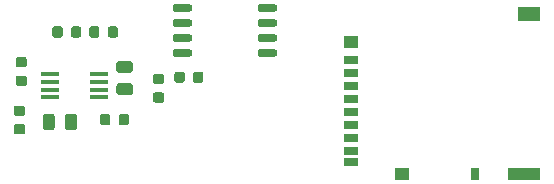
<source format=gbr>
G04 #@! TF.GenerationSoftware,KiCad,Pcbnew,(5.1.5)-3*
G04 #@! TF.CreationDate,2020-05-22T13:07:01-04:00*
G04 #@! TF.ProjectId,uBit_carrier,75426974-5f63-4617-9272-6965722e6b69,rev?*
G04 #@! TF.SameCoordinates,Original*
G04 #@! TF.FileFunction,Paste,Top*
G04 #@! TF.FilePolarity,Positive*
%FSLAX46Y46*%
G04 Gerber Fmt 4.6, Leading zero omitted, Abs format (unit mm)*
G04 Created by KiCad (PCBNEW (5.1.5)-3) date 2020-05-22 13:07:01*
%MOMM*%
%LPD*%
G04 APERTURE LIST*
%ADD10C,0.100000*%
%ADD11R,1.524000X0.457200*%
%ADD12R,1.900000X1.300000*%
%ADD13R,2.800000X1.000000*%
%ADD14R,0.800000X1.000000*%
%ADD15R,1.200000X1.000000*%
%ADD16R,1.200000X0.700000*%
G04 APERTURE END LIST*
D10*
G36*
X159434442Y-106933674D02*
G01*
X159458103Y-106937184D01*
X159481307Y-106942996D01*
X159503829Y-106951054D01*
X159525453Y-106961282D01*
X159545970Y-106973579D01*
X159565183Y-106987829D01*
X159582907Y-107003893D01*
X159598971Y-107021617D01*
X159613221Y-107040830D01*
X159625518Y-107061347D01*
X159635746Y-107082971D01*
X159643804Y-107105493D01*
X159649616Y-107128697D01*
X159653126Y-107152358D01*
X159654300Y-107176250D01*
X159654300Y-108088750D01*
X159653126Y-108112642D01*
X159649616Y-108136303D01*
X159643804Y-108159507D01*
X159635746Y-108182029D01*
X159625518Y-108203653D01*
X159613221Y-108224170D01*
X159598971Y-108243383D01*
X159582907Y-108261107D01*
X159565183Y-108277171D01*
X159545970Y-108291421D01*
X159525453Y-108303718D01*
X159503829Y-108313946D01*
X159481307Y-108322004D01*
X159458103Y-108327816D01*
X159434442Y-108331326D01*
X159410550Y-108332500D01*
X158923050Y-108332500D01*
X158899158Y-108331326D01*
X158875497Y-108327816D01*
X158852293Y-108322004D01*
X158829771Y-108313946D01*
X158808147Y-108303718D01*
X158787630Y-108291421D01*
X158768417Y-108277171D01*
X158750693Y-108261107D01*
X158734629Y-108243383D01*
X158720379Y-108224170D01*
X158708082Y-108203653D01*
X158697854Y-108182029D01*
X158689796Y-108159507D01*
X158683984Y-108136303D01*
X158680474Y-108112642D01*
X158679300Y-108088750D01*
X158679300Y-107176250D01*
X158680474Y-107152358D01*
X158683984Y-107128697D01*
X158689796Y-107105493D01*
X158697854Y-107082971D01*
X158708082Y-107061347D01*
X158720379Y-107040830D01*
X158734629Y-107021617D01*
X158750693Y-107003893D01*
X158768417Y-106987829D01*
X158787630Y-106973579D01*
X158808147Y-106961282D01*
X158829771Y-106951054D01*
X158852293Y-106942996D01*
X158875497Y-106937184D01*
X158899158Y-106933674D01*
X158923050Y-106932500D01*
X159410550Y-106932500D01*
X159434442Y-106933674D01*
G37*
G36*
X157559442Y-106933674D02*
G01*
X157583103Y-106937184D01*
X157606307Y-106942996D01*
X157628829Y-106951054D01*
X157650453Y-106961282D01*
X157670970Y-106973579D01*
X157690183Y-106987829D01*
X157707907Y-107003893D01*
X157723971Y-107021617D01*
X157738221Y-107040830D01*
X157750518Y-107061347D01*
X157760746Y-107082971D01*
X157768804Y-107105493D01*
X157774616Y-107128697D01*
X157778126Y-107152358D01*
X157779300Y-107176250D01*
X157779300Y-108088750D01*
X157778126Y-108112642D01*
X157774616Y-108136303D01*
X157768804Y-108159507D01*
X157760746Y-108182029D01*
X157750518Y-108203653D01*
X157738221Y-108224170D01*
X157723971Y-108243383D01*
X157707907Y-108261107D01*
X157690183Y-108277171D01*
X157670970Y-108291421D01*
X157650453Y-108303718D01*
X157628829Y-108313946D01*
X157606307Y-108322004D01*
X157583103Y-108327816D01*
X157559442Y-108331326D01*
X157535550Y-108332500D01*
X157048050Y-108332500D01*
X157024158Y-108331326D01*
X157000497Y-108327816D01*
X156977293Y-108322004D01*
X156954771Y-108313946D01*
X156933147Y-108303718D01*
X156912630Y-108291421D01*
X156893417Y-108277171D01*
X156875693Y-108261107D01*
X156859629Y-108243383D01*
X156845379Y-108224170D01*
X156833082Y-108203653D01*
X156822854Y-108182029D01*
X156814796Y-108159507D01*
X156808984Y-108136303D01*
X156805474Y-108112642D01*
X156804300Y-108088750D01*
X156804300Y-107176250D01*
X156805474Y-107152358D01*
X156808984Y-107128697D01*
X156814796Y-107105493D01*
X156822854Y-107082971D01*
X156833082Y-107061347D01*
X156845379Y-107040830D01*
X156859629Y-107021617D01*
X156875693Y-107003893D01*
X156893417Y-106987829D01*
X156912630Y-106973579D01*
X156933147Y-106961282D01*
X156954771Y-106951054D01*
X156977293Y-106942996D01*
X157000497Y-106937184D01*
X157024158Y-106933674D01*
X157048050Y-106932500D01*
X157535550Y-106932500D01*
X157559442Y-106933674D01*
G37*
G36*
X155230391Y-103716353D02*
G01*
X155251626Y-103719503D01*
X155272450Y-103724719D01*
X155292662Y-103731951D01*
X155312068Y-103741130D01*
X155330481Y-103752166D01*
X155347724Y-103764954D01*
X155363630Y-103779370D01*
X155378046Y-103795276D01*
X155390834Y-103812519D01*
X155401870Y-103830932D01*
X155411049Y-103850338D01*
X155418281Y-103870550D01*
X155423497Y-103891374D01*
X155426647Y-103912609D01*
X155427700Y-103934050D01*
X155427700Y-104371550D01*
X155426647Y-104392991D01*
X155423497Y-104414226D01*
X155418281Y-104435050D01*
X155411049Y-104455262D01*
X155401870Y-104474668D01*
X155390834Y-104493081D01*
X155378046Y-104510324D01*
X155363630Y-104526230D01*
X155347724Y-104540646D01*
X155330481Y-104553434D01*
X155312068Y-104564470D01*
X155292662Y-104573649D01*
X155272450Y-104580881D01*
X155251626Y-104586097D01*
X155230391Y-104589247D01*
X155208950Y-104590300D01*
X154696450Y-104590300D01*
X154675009Y-104589247D01*
X154653774Y-104586097D01*
X154632950Y-104580881D01*
X154612738Y-104573649D01*
X154593332Y-104564470D01*
X154574919Y-104553434D01*
X154557676Y-104540646D01*
X154541770Y-104526230D01*
X154527354Y-104510324D01*
X154514566Y-104493081D01*
X154503530Y-104474668D01*
X154494351Y-104455262D01*
X154487119Y-104435050D01*
X154481903Y-104414226D01*
X154478753Y-104392991D01*
X154477700Y-104371550D01*
X154477700Y-103934050D01*
X154478753Y-103912609D01*
X154481903Y-103891374D01*
X154487119Y-103870550D01*
X154494351Y-103850338D01*
X154503530Y-103830932D01*
X154514566Y-103812519D01*
X154527354Y-103795276D01*
X154541770Y-103779370D01*
X154557676Y-103764954D01*
X154574919Y-103752166D01*
X154593332Y-103741130D01*
X154612738Y-103731951D01*
X154632950Y-103724719D01*
X154653774Y-103719503D01*
X154675009Y-103716353D01*
X154696450Y-103715300D01*
X155208950Y-103715300D01*
X155230391Y-103716353D01*
G37*
G36*
X155230391Y-102141353D02*
G01*
X155251626Y-102144503D01*
X155272450Y-102149719D01*
X155292662Y-102156951D01*
X155312068Y-102166130D01*
X155330481Y-102177166D01*
X155347724Y-102189954D01*
X155363630Y-102204370D01*
X155378046Y-102220276D01*
X155390834Y-102237519D01*
X155401870Y-102255932D01*
X155411049Y-102275338D01*
X155418281Y-102295550D01*
X155423497Y-102316374D01*
X155426647Y-102337609D01*
X155427700Y-102359050D01*
X155427700Y-102796550D01*
X155426647Y-102817991D01*
X155423497Y-102839226D01*
X155418281Y-102860050D01*
X155411049Y-102880262D01*
X155401870Y-102899668D01*
X155390834Y-102918081D01*
X155378046Y-102935324D01*
X155363630Y-102951230D01*
X155347724Y-102965646D01*
X155330481Y-102978434D01*
X155312068Y-102989470D01*
X155292662Y-102998649D01*
X155272450Y-103005881D01*
X155251626Y-103011097D01*
X155230391Y-103014247D01*
X155208950Y-103015300D01*
X154696450Y-103015300D01*
X154675009Y-103014247D01*
X154653774Y-103011097D01*
X154632950Y-103005881D01*
X154612738Y-102998649D01*
X154593332Y-102989470D01*
X154574919Y-102978434D01*
X154557676Y-102965646D01*
X154541770Y-102951230D01*
X154527354Y-102935324D01*
X154514566Y-102918081D01*
X154503530Y-102899668D01*
X154494351Y-102880262D01*
X154487119Y-102860050D01*
X154481903Y-102839226D01*
X154478753Y-102817991D01*
X154477700Y-102796550D01*
X154477700Y-102359050D01*
X154478753Y-102337609D01*
X154481903Y-102316374D01*
X154487119Y-102295550D01*
X154494351Y-102275338D01*
X154503530Y-102255932D01*
X154514566Y-102237519D01*
X154527354Y-102220276D01*
X154541770Y-102204370D01*
X154557676Y-102189954D01*
X154574919Y-102177166D01*
X154593332Y-102166130D01*
X154612738Y-102156951D01*
X154632950Y-102149719D01*
X154653774Y-102144503D01*
X154675009Y-102141353D01*
X154696450Y-102140300D01*
X155208950Y-102140300D01*
X155230391Y-102141353D01*
G37*
G36*
X164195842Y-104375274D02*
G01*
X164219503Y-104378784D01*
X164242707Y-104384596D01*
X164265229Y-104392654D01*
X164286853Y-104402882D01*
X164307370Y-104415179D01*
X164326583Y-104429429D01*
X164344307Y-104445493D01*
X164360371Y-104463217D01*
X164374621Y-104482430D01*
X164386918Y-104502947D01*
X164397146Y-104524571D01*
X164405204Y-104547093D01*
X164411016Y-104570297D01*
X164414526Y-104593958D01*
X164415700Y-104617850D01*
X164415700Y-105105350D01*
X164414526Y-105129242D01*
X164411016Y-105152903D01*
X164405204Y-105176107D01*
X164397146Y-105198629D01*
X164386918Y-105220253D01*
X164374621Y-105240770D01*
X164360371Y-105259983D01*
X164344307Y-105277707D01*
X164326583Y-105293771D01*
X164307370Y-105308021D01*
X164286853Y-105320318D01*
X164265229Y-105330546D01*
X164242707Y-105338604D01*
X164219503Y-105344416D01*
X164195842Y-105347926D01*
X164171950Y-105349100D01*
X163259450Y-105349100D01*
X163235558Y-105347926D01*
X163211897Y-105344416D01*
X163188693Y-105338604D01*
X163166171Y-105330546D01*
X163144547Y-105320318D01*
X163124030Y-105308021D01*
X163104817Y-105293771D01*
X163087093Y-105277707D01*
X163071029Y-105259983D01*
X163056779Y-105240770D01*
X163044482Y-105220253D01*
X163034254Y-105198629D01*
X163026196Y-105176107D01*
X163020384Y-105152903D01*
X163016874Y-105129242D01*
X163015700Y-105105350D01*
X163015700Y-104617850D01*
X163016874Y-104593958D01*
X163020384Y-104570297D01*
X163026196Y-104547093D01*
X163034254Y-104524571D01*
X163044482Y-104502947D01*
X163056779Y-104482430D01*
X163071029Y-104463217D01*
X163087093Y-104445493D01*
X163104817Y-104429429D01*
X163124030Y-104415179D01*
X163144547Y-104402882D01*
X163166171Y-104392654D01*
X163188693Y-104384596D01*
X163211897Y-104378784D01*
X163235558Y-104375274D01*
X163259450Y-104374100D01*
X164171950Y-104374100D01*
X164195842Y-104375274D01*
G37*
G36*
X164195842Y-102500274D02*
G01*
X164219503Y-102503784D01*
X164242707Y-102509596D01*
X164265229Y-102517654D01*
X164286853Y-102527882D01*
X164307370Y-102540179D01*
X164326583Y-102554429D01*
X164344307Y-102570493D01*
X164360371Y-102588217D01*
X164374621Y-102607430D01*
X164386918Y-102627947D01*
X164397146Y-102649571D01*
X164405204Y-102672093D01*
X164411016Y-102695297D01*
X164414526Y-102718958D01*
X164415700Y-102742850D01*
X164415700Y-103230350D01*
X164414526Y-103254242D01*
X164411016Y-103277903D01*
X164405204Y-103301107D01*
X164397146Y-103323629D01*
X164386918Y-103345253D01*
X164374621Y-103365770D01*
X164360371Y-103384983D01*
X164344307Y-103402707D01*
X164326583Y-103418771D01*
X164307370Y-103433021D01*
X164286853Y-103445318D01*
X164265229Y-103455546D01*
X164242707Y-103463604D01*
X164219503Y-103469416D01*
X164195842Y-103472926D01*
X164171950Y-103474100D01*
X163259450Y-103474100D01*
X163235558Y-103472926D01*
X163211897Y-103469416D01*
X163188693Y-103463604D01*
X163166171Y-103455546D01*
X163144547Y-103445318D01*
X163124030Y-103433021D01*
X163104817Y-103418771D01*
X163087093Y-103402707D01*
X163071029Y-103384983D01*
X163056779Y-103365770D01*
X163044482Y-103345253D01*
X163034254Y-103323629D01*
X163026196Y-103301107D01*
X163020384Y-103277903D01*
X163016874Y-103254242D01*
X163015700Y-103230350D01*
X163015700Y-102742850D01*
X163016874Y-102718958D01*
X163020384Y-102695297D01*
X163026196Y-102672093D01*
X163034254Y-102649571D01*
X163044482Y-102627947D01*
X163056779Y-102607430D01*
X163071029Y-102588217D01*
X163087093Y-102570493D01*
X163104817Y-102554429D01*
X163124030Y-102540179D01*
X163144547Y-102527882D01*
X163166171Y-102517654D01*
X163188693Y-102509596D01*
X163211897Y-102503784D01*
X163235558Y-102500274D01*
X163259450Y-102499100D01*
X164171950Y-102499100D01*
X164195842Y-102500274D01*
G37*
G36*
X155077991Y-107831153D02*
G01*
X155099226Y-107834303D01*
X155120050Y-107839519D01*
X155140262Y-107846751D01*
X155159668Y-107855930D01*
X155178081Y-107866966D01*
X155195324Y-107879754D01*
X155211230Y-107894170D01*
X155225646Y-107910076D01*
X155238434Y-107927319D01*
X155249470Y-107945732D01*
X155258649Y-107965138D01*
X155265881Y-107985350D01*
X155271097Y-108006174D01*
X155274247Y-108027409D01*
X155275300Y-108048850D01*
X155275300Y-108486350D01*
X155274247Y-108507791D01*
X155271097Y-108529026D01*
X155265881Y-108549850D01*
X155258649Y-108570062D01*
X155249470Y-108589468D01*
X155238434Y-108607881D01*
X155225646Y-108625124D01*
X155211230Y-108641030D01*
X155195324Y-108655446D01*
X155178081Y-108668234D01*
X155159668Y-108679270D01*
X155140262Y-108688449D01*
X155120050Y-108695681D01*
X155099226Y-108700897D01*
X155077991Y-108704047D01*
X155056550Y-108705100D01*
X154544050Y-108705100D01*
X154522609Y-108704047D01*
X154501374Y-108700897D01*
X154480550Y-108695681D01*
X154460338Y-108688449D01*
X154440932Y-108679270D01*
X154422519Y-108668234D01*
X154405276Y-108655446D01*
X154389370Y-108641030D01*
X154374954Y-108625124D01*
X154362166Y-108607881D01*
X154351130Y-108589468D01*
X154341951Y-108570062D01*
X154334719Y-108549850D01*
X154329503Y-108529026D01*
X154326353Y-108507791D01*
X154325300Y-108486350D01*
X154325300Y-108048850D01*
X154326353Y-108027409D01*
X154329503Y-108006174D01*
X154334719Y-107985350D01*
X154341951Y-107965138D01*
X154351130Y-107945732D01*
X154362166Y-107927319D01*
X154374954Y-107910076D01*
X154389370Y-107894170D01*
X154405276Y-107879754D01*
X154422519Y-107866966D01*
X154440932Y-107855930D01*
X154460338Y-107846751D01*
X154480550Y-107839519D01*
X154501374Y-107834303D01*
X154522609Y-107831153D01*
X154544050Y-107830100D01*
X155056550Y-107830100D01*
X155077991Y-107831153D01*
G37*
G36*
X155077991Y-106256153D02*
G01*
X155099226Y-106259303D01*
X155120050Y-106264519D01*
X155140262Y-106271751D01*
X155159668Y-106280930D01*
X155178081Y-106291966D01*
X155195324Y-106304754D01*
X155211230Y-106319170D01*
X155225646Y-106335076D01*
X155238434Y-106352319D01*
X155249470Y-106370732D01*
X155258649Y-106390138D01*
X155265881Y-106410350D01*
X155271097Y-106431174D01*
X155274247Y-106452409D01*
X155275300Y-106473850D01*
X155275300Y-106911350D01*
X155274247Y-106932791D01*
X155271097Y-106954026D01*
X155265881Y-106974850D01*
X155258649Y-106995062D01*
X155249470Y-107014468D01*
X155238434Y-107032881D01*
X155225646Y-107050124D01*
X155211230Y-107066030D01*
X155195324Y-107080446D01*
X155178081Y-107093234D01*
X155159668Y-107104270D01*
X155140262Y-107113449D01*
X155120050Y-107120681D01*
X155099226Y-107125897D01*
X155077991Y-107129047D01*
X155056550Y-107130100D01*
X154544050Y-107130100D01*
X154522609Y-107129047D01*
X154501374Y-107125897D01*
X154480550Y-107120681D01*
X154460338Y-107113449D01*
X154440932Y-107104270D01*
X154422519Y-107093234D01*
X154405276Y-107080446D01*
X154389370Y-107066030D01*
X154374954Y-107050124D01*
X154362166Y-107032881D01*
X154351130Y-107014468D01*
X154341951Y-106995062D01*
X154334719Y-106974850D01*
X154329503Y-106954026D01*
X154326353Y-106932791D01*
X154325300Y-106911350D01*
X154325300Y-106473850D01*
X154326353Y-106452409D01*
X154329503Y-106431174D01*
X154334719Y-106410350D01*
X154341951Y-106390138D01*
X154351130Y-106370732D01*
X154362166Y-106352319D01*
X154374954Y-106335076D01*
X154389370Y-106319170D01*
X154405276Y-106304754D01*
X154422519Y-106291966D01*
X154440932Y-106280930D01*
X154460338Y-106271751D01*
X154480550Y-106264519D01*
X154501374Y-106259303D01*
X154522609Y-106256153D01*
X154544050Y-106255100D01*
X155056550Y-106255100D01*
X155077991Y-106256153D01*
G37*
G36*
X166863591Y-103563753D02*
G01*
X166884826Y-103566903D01*
X166905650Y-103572119D01*
X166925862Y-103579351D01*
X166945268Y-103588530D01*
X166963681Y-103599566D01*
X166980924Y-103612354D01*
X166996830Y-103626770D01*
X167011246Y-103642676D01*
X167024034Y-103659919D01*
X167035070Y-103678332D01*
X167044249Y-103697738D01*
X167051481Y-103717950D01*
X167056697Y-103738774D01*
X167059847Y-103760009D01*
X167060900Y-103781450D01*
X167060900Y-104218950D01*
X167059847Y-104240391D01*
X167056697Y-104261626D01*
X167051481Y-104282450D01*
X167044249Y-104302662D01*
X167035070Y-104322068D01*
X167024034Y-104340481D01*
X167011246Y-104357724D01*
X166996830Y-104373630D01*
X166980924Y-104388046D01*
X166963681Y-104400834D01*
X166945268Y-104411870D01*
X166925862Y-104421049D01*
X166905650Y-104428281D01*
X166884826Y-104433497D01*
X166863591Y-104436647D01*
X166842150Y-104437700D01*
X166329650Y-104437700D01*
X166308209Y-104436647D01*
X166286974Y-104433497D01*
X166266150Y-104428281D01*
X166245938Y-104421049D01*
X166226532Y-104411870D01*
X166208119Y-104400834D01*
X166190876Y-104388046D01*
X166174970Y-104373630D01*
X166160554Y-104357724D01*
X166147766Y-104340481D01*
X166136730Y-104322068D01*
X166127551Y-104302662D01*
X166120319Y-104282450D01*
X166115103Y-104261626D01*
X166111953Y-104240391D01*
X166110900Y-104218950D01*
X166110900Y-103781450D01*
X166111953Y-103760009D01*
X166115103Y-103738774D01*
X166120319Y-103717950D01*
X166127551Y-103697738D01*
X166136730Y-103678332D01*
X166147766Y-103659919D01*
X166160554Y-103642676D01*
X166174970Y-103626770D01*
X166190876Y-103612354D01*
X166208119Y-103599566D01*
X166226532Y-103588530D01*
X166245938Y-103579351D01*
X166266150Y-103572119D01*
X166286974Y-103566903D01*
X166308209Y-103563753D01*
X166329650Y-103562700D01*
X166842150Y-103562700D01*
X166863591Y-103563753D01*
G37*
G36*
X166863591Y-105138753D02*
G01*
X166884826Y-105141903D01*
X166905650Y-105147119D01*
X166925862Y-105154351D01*
X166945268Y-105163530D01*
X166963681Y-105174566D01*
X166980924Y-105187354D01*
X166996830Y-105201770D01*
X167011246Y-105217676D01*
X167024034Y-105234919D01*
X167035070Y-105253332D01*
X167044249Y-105272738D01*
X167051481Y-105292950D01*
X167056697Y-105313774D01*
X167059847Y-105335009D01*
X167060900Y-105356450D01*
X167060900Y-105793950D01*
X167059847Y-105815391D01*
X167056697Y-105836626D01*
X167051481Y-105857450D01*
X167044249Y-105877662D01*
X167035070Y-105897068D01*
X167024034Y-105915481D01*
X167011246Y-105932724D01*
X166996830Y-105948630D01*
X166980924Y-105963046D01*
X166963681Y-105975834D01*
X166945268Y-105986870D01*
X166925862Y-105996049D01*
X166905650Y-106003281D01*
X166884826Y-106008497D01*
X166863591Y-106011647D01*
X166842150Y-106012700D01*
X166329650Y-106012700D01*
X166308209Y-106011647D01*
X166286974Y-106008497D01*
X166266150Y-106003281D01*
X166245938Y-105996049D01*
X166226532Y-105986870D01*
X166208119Y-105975834D01*
X166190876Y-105963046D01*
X166174970Y-105948630D01*
X166160554Y-105932724D01*
X166147766Y-105915481D01*
X166136730Y-105897068D01*
X166127551Y-105877662D01*
X166120319Y-105857450D01*
X166115103Y-105836626D01*
X166111953Y-105815391D01*
X166110900Y-105793950D01*
X166110900Y-105356450D01*
X166111953Y-105335009D01*
X166115103Y-105313774D01*
X166120319Y-105292950D01*
X166127551Y-105272738D01*
X166136730Y-105253332D01*
X166147766Y-105234919D01*
X166160554Y-105217676D01*
X166174970Y-105201770D01*
X166190876Y-105187354D01*
X166208119Y-105174566D01*
X166226532Y-105163530D01*
X166245938Y-105154351D01*
X166266150Y-105147119D01*
X166286974Y-105141903D01*
X166308209Y-105138753D01*
X166329650Y-105137700D01*
X166842150Y-105137700D01*
X166863591Y-105138753D01*
G37*
G36*
X168602691Y-103376053D02*
G01*
X168623926Y-103379203D01*
X168644750Y-103384419D01*
X168664962Y-103391651D01*
X168684368Y-103400830D01*
X168702781Y-103411866D01*
X168720024Y-103424654D01*
X168735930Y-103439070D01*
X168750346Y-103454976D01*
X168763134Y-103472219D01*
X168774170Y-103490632D01*
X168783349Y-103510038D01*
X168790581Y-103530250D01*
X168795797Y-103551074D01*
X168798947Y-103572309D01*
X168800000Y-103593750D01*
X168800000Y-104106250D01*
X168798947Y-104127691D01*
X168795797Y-104148926D01*
X168790581Y-104169750D01*
X168783349Y-104189962D01*
X168774170Y-104209368D01*
X168763134Y-104227781D01*
X168750346Y-104245024D01*
X168735930Y-104260930D01*
X168720024Y-104275346D01*
X168702781Y-104288134D01*
X168684368Y-104299170D01*
X168664962Y-104308349D01*
X168644750Y-104315581D01*
X168623926Y-104320797D01*
X168602691Y-104323947D01*
X168581250Y-104325000D01*
X168143750Y-104325000D01*
X168122309Y-104323947D01*
X168101074Y-104320797D01*
X168080250Y-104315581D01*
X168060038Y-104308349D01*
X168040632Y-104299170D01*
X168022219Y-104288134D01*
X168004976Y-104275346D01*
X167989070Y-104260930D01*
X167974654Y-104245024D01*
X167961866Y-104227781D01*
X167950830Y-104209368D01*
X167941651Y-104189962D01*
X167934419Y-104169750D01*
X167929203Y-104148926D01*
X167926053Y-104127691D01*
X167925000Y-104106250D01*
X167925000Y-103593750D01*
X167926053Y-103572309D01*
X167929203Y-103551074D01*
X167934419Y-103530250D01*
X167941651Y-103510038D01*
X167950830Y-103490632D01*
X167961866Y-103472219D01*
X167974654Y-103454976D01*
X167989070Y-103439070D01*
X168004976Y-103424654D01*
X168022219Y-103411866D01*
X168040632Y-103400830D01*
X168060038Y-103391651D01*
X168080250Y-103384419D01*
X168101074Y-103379203D01*
X168122309Y-103376053D01*
X168143750Y-103375000D01*
X168581250Y-103375000D01*
X168602691Y-103376053D01*
G37*
G36*
X170177691Y-103376053D02*
G01*
X170198926Y-103379203D01*
X170219750Y-103384419D01*
X170239962Y-103391651D01*
X170259368Y-103400830D01*
X170277781Y-103411866D01*
X170295024Y-103424654D01*
X170310930Y-103439070D01*
X170325346Y-103454976D01*
X170338134Y-103472219D01*
X170349170Y-103490632D01*
X170358349Y-103510038D01*
X170365581Y-103530250D01*
X170370797Y-103551074D01*
X170373947Y-103572309D01*
X170375000Y-103593750D01*
X170375000Y-104106250D01*
X170373947Y-104127691D01*
X170370797Y-104148926D01*
X170365581Y-104169750D01*
X170358349Y-104189962D01*
X170349170Y-104209368D01*
X170338134Y-104227781D01*
X170325346Y-104245024D01*
X170310930Y-104260930D01*
X170295024Y-104275346D01*
X170277781Y-104288134D01*
X170259368Y-104299170D01*
X170239962Y-104308349D01*
X170219750Y-104315581D01*
X170198926Y-104320797D01*
X170177691Y-104323947D01*
X170156250Y-104325000D01*
X169718750Y-104325000D01*
X169697309Y-104323947D01*
X169676074Y-104320797D01*
X169655250Y-104315581D01*
X169635038Y-104308349D01*
X169615632Y-104299170D01*
X169597219Y-104288134D01*
X169579976Y-104275346D01*
X169564070Y-104260930D01*
X169549654Y-104245024D01*
X169536866Y-104227781D01*
X169525830Y-104209368D01*
X169516651Y-104189962D01*
X169509419Y-104169750D01*
X169504203Y-104148926D01*
X169501053Y-104127691D01*
X169500000Y-104106250D01*
X169500000Y-103593750D01*
X169501053Y-103572309D01*
X169504203Y-103551074D01*
X169509419Y-103530250D01*
X169516651Y-103510038D01*
X169525830Y-103490632D01*
X169536866Y-103472219D01*
X169549654Y-103454976D01*
X169564070Y-103439070D01*
X169579976Y-103424654D01*
X169597219Y-103411866D01*
X169615632Y-103400830D01*
X169635038Y-103391651D01*
X169655250Y-103384419D01*
X169676074Y-103379203D01*
X169697309Y-103376053D01*
X169718750Y-103375000D01*
X170156250Y-103375000D01*
X170177691Y-103376053D01*
G37*
D11*
X157416500Y-105546799D03*
X157416500Y-104896801D03*
X157416500Y-104246799D03*
X157416500Y-103596801D03*
X161505900Y-103596801D03*
X161505900Y-104246799D03*
X161505900Y-104896801D03*
X161505900Y-105546799D03*
D10*
G36*
X163879791Y-106980753D02*
G01*
X163901026Y-106983903D01*
X163921850Y-106989119D01*
X163942062Y-106996351D01*
X163961468Y-107005530D01*
X163979881Y-107016566D01*
X163997124Y-107029354D01*
X164013030Y-107043770D01*
X164027446Y-107059676D01*
X164040234Y-107076919D01*
X164051270Y-107095332D01*
X164060449Y-107114738D01*
X164067681Y-107134950D01*
X164072897Y-107155774D01*
X164076047Y-107177009D01*
X164077100Y-107198450D01*
X164077100Y-107710950D01*
X164076047Y-107732391D01*
X164072897Y-107753626D01*
X164067681Y-107774450D01*
X164060449Y-107794662D01*
X164051270Y-107814068D01*
X164040234Y-107832481D01*
X164027446Y-107849724D01*
X164013030Y-107865630D01*
X163997124Y-107880046D01*
X163979881Y-107892834D01*
X163961468Y-107903870D01*
X163942062Y-107913049D01*
X163921850Y-107920281D01*
X163901026Y-107925497D01*
X163879791Y-107928647D01*
X163858350Y-107929700D01*
X163420850Y-107929700D01*
X163399409Y-107928647D01*
X163378174Y-107925497D01*
X163357350Y-107920281D01*
X163337138Y-107913049D01*
X163317732Y-107903870D01*
X163299319Y-107892834D01*
X163282076Y-107880046D01*
X163266170Y-107865630D01*
X163251754Y-107849724D01*
X163238966Y-107832481D01*
X163227930Y-107814068D01*
X163218751Y-107794662D01*
X163211519Y-107774450D01*
X163206303Y-107753626D01*
X163203153Y-107732391D01*
X163202100Y-107710950D01*
X163202100Y-107198450D01*
X163203153Y-107177009D01*
X163206303Y-107155774D01*
X163211519Y-107134950D01*
X163218751Y-107114738D01*
X163227930Y-107095332D01*
X163238966Y-107076919D01*
X163251754Y-107059676D01*
X163266170Y-107043770D01*
X163282076Y-107029354D01*
X163299319Y-107016566D01*
X163317732Y-107005530D01*
X163337138Y-106996351D01*
X163357350Y-106989119D01*
X163378174Y-106983903D01*
X163399409Y-106980753D01*
X163420850Y-106979700D01*
X163858350Y-106979700D01*
X163879791Y-106980753D01*
G37*
G36*
X162304791Y-106980753D02*
G01*
X162326026Y-106983903D01*
X162346850Y-106989119D01*
X162367062Y-106996351D01*
X162386468Y-107005530D01*
X162404881Y-107016566D01*
X162422124Y-107029354D01*
X162438030Y-107043770D01*
X162452446Y-107059676D01*
X162465234Y-107076919D01*
X162476270Y-107095332D01*
X162485449Y-107114738D01*
X162492681Y-107134950D01*
X162497897Y-107155774D01*
X162501047Y-107177009D01*
X162502100Y-107198450D01*
X162502100Y-107710950D01*
X162501047Y-107732391D01*
X162497897Y-107753626D01*
X162492681Y-107774450D01*
X162485449Y-107794662D01*
X162476270Y-107814068D01*
X162465234Y-107832481D01*
X162452446Y-107849724D01*
X162438030Y-107865630D01*
X162422124Y-107880046D01*
X162404881Y-107892834D01*
X162386468Y-107903870D01*
X162367062Y-107913049D01*
X162346850Y-107920281D01*
X162326026Y-107925497D01*
X162304791Y-107928647D01*
X162283350Y-107929700D01*
X161845850Y-107929700D01*
X161824409Y-107928647D01*
X161803174Y-107925497D01*
X161782350Y-107920281D01*
X161762138Y-107913049D01*
X161742732Y-107903870D01*
X161724319Y-107892834D01*
X161707076Y-107880046D01*
X161691170Y-107865630D01*
X161676754Y-107849724D01*
X161663966Y-107832481D01*
X161652930Y-107814068D01*
X161643751Y-107794662D01*
X161636519Y-107774450D01*
X161631303Y-107753626D01*
X161628153Y-107732391D01*
X161627100Y-107710950D01*
X161627100Y-107198450D01*
X161628153Y-107177009D01*
X161631303Y-107155774D01*
X161636519Y-107134950D01*
X161643751Y-107114738D01*
X161652930Y-107095332D01*
X161663966Y-107076919D01*
X161676754Y-107059676D01*
X161691170Y-107043770D01*
X161707076Y-107029354D01*
X161724319Y-107016566D01*
X161742732Y-107005530D01*
X161762138Y-106996351D01*
X161782350Y-106989119D01*
X161803174Y-106983903D01*
X161824409Y-106980753D01*
X161845850Y-106979700D01*
X162283350Y-106979700D01*
X162304791Y-106980753D01*
G37*
G36*
X158266191Y-99551253D02*
G01*
X158287426Y-99554403D01*
X158308250Y-99559619D01*
X158328462Y-99566851D01*
X158347868Y-99576030D01*
X158366281Y-99587066D01*
X158383524Y-99599854D01*
X158399430Y-99614270D01*
X158413846Y-99630176D01*
X158426634Y-99647419D01*
X158437670Y-99665832D01*
X158446849Y-99685238D01*
X158454081Y-99705450D01*
X158459297Y-99726274D01*
X158462447Y-99747509D01*
X158463500Y-99768950D01*
X158463500Y-100281450D01*
X158462447Y-100302891D01*
X158459297Y-100324126D01*
X158454081Y-100344950D01*
X158446849Y-100365162D01*
X158437670Y-100384568D01*
X158426634Y-100402981D01*
X158413846Y-100420224D01*
X158399430Y-100436130D01*
X158383524Y-100450546D01*
X158366281Y-100463334D01*
X158347868Y-100474370D01*
X158328462Y-100483549D01*
X158308250Y-100490781D01*
X158287426Y-100495997D01*
X158266191Y-100499147D01*
X158244750Y-100500200D01*
X157807250Y-100500200D01*
X157785809Y-100499147D01*
X157764574Y-100495997D01*
X157743750Y-100490781D01*
X157723538Y-100483549D01*
X157704132Y-100474370D01*
X157685719Y-100463334D01*
X157668476Y-100450546D01*
X157652570Y-100436130D01*
X157638154Y-100420224D01*
X157625366Y-100402981D01*
X157614330Y-100384568D01*
X157605151Y-100365162D01*
X157597919Y-100344950D01*
X157592703Y-100324126D01*
X157589553Y-100302891D01*
X157588500Y-100281450D01*
X157588500Y-99768950D01*
X157589553Y-99747509D01*
X157592703Y-99726274D01*
X157597919Y-99705450D01*
X157605151Y-99685238D01*
X157614330Y-99665832D01*
X157625366Y-99647419D01*
X157638154Y-99630176D01*
X157652570Y-99614270D01*
X157668476Y-99599854D01*
X157685719Y-99587066D01*
X157704132Y-99576030D01*
X157723538Y-99566851D01*
X157743750Y-99559619D01*
X157764574Y-99554403D01*
X157785809Y-99551253D01*
X157807250Y-99550200D01*
X158244750Y-99550200D01*
X158266191Y-99551253D01*
G37*
G36*
X159841191Y-99551253D02*
G01*
X159862426Y-99554403D01*
X159883250Y-99559619D01*
X159903462Y-99566851D01*
X159922868Y-99576030D01*
X159941281Y-99587066D01*
X159958524Y-99599854D01*
X159974430Y-99614270D01*
X159988846Y-99630176D01*
X160001634Y-99647419D01*
X160012670Y-99665832D01*
X160021849Y-99685238D01*
X160029081Y-99705450D01*
X160034297Y-99726274D01*
X160037447Y-99747509D01*
X160038500Y-99768950D01*
X160038500Y-100281450D01*
X160037447Y-100302891D01*
X160034297Y-100324126D01*
X160029081Y-100344950D01*
X160021849Y-100365162D01*
X160012670Y-100384568D01*
X160001634Y-100402981D01*
X159988846Y-100420224D01*
X159974430Y-100436130D01*
X159958524Y-100450546D01*
X159941281Y-100463334D01*
X159922868Y-100474370D01*
X159903462Y-100483549D01*
X159883250Y-100490781D01*
X159862426Y-100495997D01*
X159841191Y-100499147D01*
X159819750Y-100500200D01*
X159382250Y-100500200D01*
X159360809Y-100499147D01*
X159339574Y-100495997D01*
X159318750Y-100490781D01*
X159298538Y-100483549D01*
X159279132Y-100474370D01*
X159260719Y-100463334D01*
X159243476Y-100450546D01*
X159227570Y-100436130D01*
X159213154Y-100420224D01*
X159200366Y-100402981D01*
X159189330Y-100384568D01*
X159180151Y-100365162D01*
X159172919Y-100344950D01*
X159167703Y-100324126D01*
X159164553Y-100302891D01*
X159163500Y-100281450D01*
X159163500Y-99768950D01*
X159164553Y-99747509D01*
X159167703Y-99726274D01*
X159172919Y-99705450D01*
X159180151Y-99685238D01*
X159189330Y-99665832D01*
X159200366Y-99647419D01*
X159213154Y-99630176D01*
X159227570Y-99614270D01*
X159243476Y-99599854D01*
X159260719Y-99587066D01*
X159279132Y-99576030D01*
X159298538Y-99566851D01*
X159318750Y-99559619D01*
X159339574Y-99554403D01*
X159360809Y-99551253D01*
X159382250Y-99550200D01*
X159819750Y-99550200D01*
X159841191Y-99551253D01*
G37*
G36*
X162952691Y-99551253D02*
G01*
X162973926Y-99554403D01*
X162994750Y-99559619D01*
X163014962Y-99566851D01*
X163034368Y-99576030D01*
X163052781Y-99587066D01*
X163070024Y-99599854D01*
X163085930Y-99614270D01*
X163100346Y-99630176D01*
X163113134Y-99647419D01*
X163124170Y-99665832D01*
X163133349Y-99685238D01*
X163140581Y-99705450D01*
X163145797Y-99726274D01*
X163148947Y-99747509D01*
X163150000Y-99768950D01*
X163150000Y-100281450D01*
X163148947Y-100302891D01*
X163145797Y-100324126D01*
X163140581Y-100344950D01*
X163133349Y-100365162D01*
X163124170Y-100384568D01*
X163113134Y-100402981D01*
X163100346Y-100420224D01*
X163085930Y-100436130D01*
X163070024Y-100450546D01*
X163052781Y-100463334D01*
X163034368Y-100474370D01*
X163014962Y-100483549D01*
X162994750Y-100490781D01*
X162973926Y-100495997D01*
X162952691Y-100499147D01*
X162931250Y-100500200D01*
X162493750Y-100500200D01*
X162472309Y-100499147D01*
X162451074Y-100495997D01*
X162430250Y-100490781D01*
X162410038Y-100483549D01*
X162390632Y-100474370D01*
X162372219Y-100463334D01*
X162354976Y-100450546D01*
X162339070Y-100436130D01*
X162324654Y-100420224D01*
X162311866Y-100402981D01*
X162300830Y-100384568D01*
X162291651Y-100365162D01*
X162284419Y-100344950D01*
X162279203Y-100324126D01*
X162276053Y-100302891D01*
X162275000Y-100281450D01*
X162275000Y-99768950D01*
X162276053Y-99747509D01*
X162279203Y-99726274D01*
X162284419Y-99705450D01*
X162291651Y-99685238D01*
X162300830Y-99665832D01*
X162311866Y-99647419D01*
X162324654Y-99630176D01*
X162339070Y-99614270D01*
X162354976Y-99599854D01*
X162372219Y-99587066D01*
X162390632Y-99576030D01*
X162410038Y-99566851D01*
X162430250Y-99559619D01*
X162451074Y-99554403D01*
X162472309Y-99551253D01*
X162493750Y-99550200D01*
X162931250Y-99550200D01*
X162952691Y-99551253D01*
G37*
G36*
X161377691Y-99551253D02*
G01*
X161398926Y-99554403D01*
X161419750Y-99559619D01*
X161439962Y-99566851D01*
X161459368Y-99576030D01*
X161477781Y-99587066D01*
X161495024Y-99599854D01*
X161510930Y-99614270D01*
X161525346Y-99630176D01*
X161538134Y-99647419D01*
X161549170Y-99665832D01*
X161558349Y-99685238D01*
X161565581Y-99705450D01*
X161570797Y-99726274D01*
X161573947Y-99747509D01*
X161575000Y-99768950D01*
X161575000Y-100281450D01*
X161573947Y-100302891D01*
X161570797Y-100324126D01*
X161565581Y-100344950D01*
X161558349Y-100365162D01*
X161549170Y-100384568D01*
X161538134Y-100402981D01*
X161525346Y-100420224D01*
X161510930Y-100436130D01*
X161495024Y-100450546D01*
X161477781Y-100463334D01*
X161459368Y-100474370D01*
X161439962Y-100483549D01*
X161419750Y-100490781D01*
X161398926Y-100495997D01*
X161377691Y-100499147D01*
X161356250Y-100500200D01*
X160918750Y-100500200D01*
X160897309Y-100499147D01*
X160876074Y-100495997D01*
X160855250Y-100490781D01*
X160835038Y-100483549D01*
X160815632Y-100474370D01*
X160797219Y-100463334D01*
X160779976Y-100450546D01*
X160764070Y-100436130D01*
X160749654Y-100420224D01*
X160736866Y-100402981D01*
X160725830Y-100384568D01*
X160716651Y-100365162D01*
X160709419Y-100344950D01*
X160704203Y-100324126D01*
X160701053Y-100302891D01*
X160700000Y-100281450D01*
X160700000Y-99768950D01*
X160701053Y-99747509D01*
X160704203Y-99726274D01*
X160709419Y-99705450D01*
X160716651Y-99685238D01*
X160725830Y-99665832D01*
X160736866Y-99647419D01*
X160749654Y-99630176D01*
X160764070Y-99614270D01*
X160779976Y-99599854D01*
X160797219Y-99587066D01*
X160815632Y-99576030D01*
X160835038Y-99566851D01*
X160855250Y-99559619D01*
X160876074Y-99554403D01*
X160897309Y-99551253D01*
X160918750Y-99550200D01*
X161356250Y-99550200D01*
X161377691Y-99551253D01*
G37*
D12*
X197975000Y-98525000D03*
D13*
X197525000Y-112025000D03*
D14*
X193375000Y-112025000D03*
D15*
X187175000Y-112025000D03*
X182875000Y-100875000D03*
D16*
X182875000Y-109025000D03*
X182875000Y-107925000D03*
X182875000Y-106825000D03*
X182875000Y-105725000D03*
X182875000Y-104625000D03*
X182875000Y-103525000D03*
X182875000Y-102425000D03*
X182875000Y-110125000D03*
X182875000Y-111075000D03*
D10*
G36*
X169264703Y-101505722D02*
G01*
X169279264Y-101507882D01*
X169293543Y-101511459D01*
X169307403Y-101516418D01*
X169320710Y-101522712D01*
X169333336Y-101530280D01*
X169345159Y-101539048D01*
X169356066Y-101548934D01*
X169365952Y-101559841D01*
X169374720Y-101571664D01*
X169382288Y-101584290D01*
X169388582Y-101597597D01*
X169393541Y-101611457D01*
X169397118Y-101625736D01*
X169399278Y-101640297D01*
X169400000Y-101655000D01*
X169400000Y-101955000D01*
X169399278Y-101969703D01*
X169397118Y-101984264D01*
X169393541Y-101998543D01*
X169388582Y-102012403D01*
X169382288Y-102025710D01*
X169374720Y-102038336D01*
X169365952Y-102050159D01*
X169356066Y-102061066D01*
X169345159Y-102070952D01*
X169333336Y-102079720D01*
X169320710Y-102087288D01*
X169307403Y-102093582D01*
X169293543Y-102098541D01*
X169279264Y-102102118D01*
X169264703Y-102104278D01*
X169250000Y-102105000D01*
X167950000Y-102105000D01*
X167935297Y-102104278D01*
X167920736Y-102102118D01*
X167906457Y-102098541D01*
X167892597Y-102093582D01*
X167879290Y-102087288D01*
X167866664Y-102079720D01*
X167854841Y-102070952D01*
X167843934Y-102061066D01*
X167834048Y-102050159D01*
X167825280Y-102038336D01*
X167817712Y-102025710D01*
X167811418Y-102012403D01*
X167806459Y-101998543D01*
X167802882Y-101984264D01*
X167800722Y-101969703D01*
X167800000Y-101955000D01*
X167800000Y-101655000D01*
X167800722Y-101640297D01*
X167802882Y-101625736D01*
X167806459Y-101611457D01*
X167811418Y-101597597D01*
X167817712Y-101584290D01*
X167825280Y-101571664D01*
X167834048Y-101559841D01*
X167843934Y-101548934D01*
X167854841Y-101539048D01*
X167866664Y-101530280D01*
X167879290Y-101522712D01*
X167892597Y-101516418D01*
X167906457Y-101511459D01*
X167920736Y-101507882D01*
X167935297Y-101505722D01*
X167950000Y-101505000D01*
X169250000Y-101505000D01*
X169264703Y-101505722D01*
G37*
G36*
X169264703Y-100235722D02*
G01*
X169279264Y-100237882D01*
X169293543Y-100241459D01*
X169307403Y-100246418D01*
X169320710Y-100252712D01*
X169333336Y-100260280D01*
X169345159Y-100269048D01*
X169356066Y-100278934D01*
X169365952Y-100289841D01*
X169374720Y-100301664D01*
X169382288Y-100314290D01*
X169388582Y-100327597D01*
X169393541Y-100341457D01*
X169397118Y-100355736D01*
X169399278Y-100370297D01*
X169400000Y-100385000D01*
X169400000Y-100685000D01*
X169399278Y-100699703D01*
X169397118Y-100714264D01*
X169393541Y-100728543D01*
X169388582Y-100742403D01*
X169382288Y-100755710D01*
X169374720Y-100768336D01*
X169365952Y-100780159D01*
X169356066Y-100791066D01*
X169345159Y-100800952D01*
X169333336Y-100809720D01*
X169320710Y-100817288D01*
X169307403Y-100823582D01*
X169293543Y-100828541D01*
X169279264Y-100832118D01*
X169264703Y-100834278D01*
X169250000Y-100835000D01*
X167950000Y-100835000D01*
X167935297Y-100834278D01*
X167920736Y-100832118D01*
X167906457Y-100828541D01*
X167892597Y-100823582D01*
X167879290Y-100817288D01*
X167866664Y-100809720D01*
X167854841Y-100800952D01*
X167843934Y-100791066D01*
X167834048Y-100780159D01*
X167825280Y-100768336D01*
X167817712Y-100755710D01*
X167811418Y-100742403D01*
X167806459Y-100728543D01*
X167802882Y-100714264D01*
X167800722Y-100699703D01*
X167800000Y-100685000D01*
X167800000Y-100385000D01*
X167800722Y-100370297D01*
X167802882Y-100355736D01*
X167806459Y-100341457D01*
X167811418Y-100327597D01*
X167817712Y-100314290D01*
X167825280Y-100301664D01*
X167834048Y-100289841D01*
X167843934Y-100278934D01*
X167854841Y-100269048D01*
X167866664Y-100260280D01*
X167879290Y-100252712D01*
X167892597Y-100246418D01*
X167906457Y-100241459D01*
X167920736Y-100237882D01*
X167935297Y-100235722D01*
X167950000Y-100235000D01*
X169250000Y-100235000D01*
X169264703Y-100235722D01*
G37*
G36*
X169264703Y-98965722D02*
G01*
X169279264Y-98967882D01*
X169293543Y-98971459D01*
X169307403Y-98976418D01*
X169320710Y-98982712D01*
X169333336Y-98990280D01*
X169345159Y-98999048D01*
X169356066Y-99008934D01*
X169365952Y-99019841D01*
X169374720Y-99031664D01*
X169382288Y-99044290D01*
X169388582Y-99057597D01*
X169393541Y-99071457D01*
X169397118Y-99085736D01*
X169399278Y-99100297D01*
X169400000Y-99115000D01*
X169400000Y-99415000D01*
X169399278Y-99429703D01*
X169397118Y-99444264D01*
X169393541Y-99458543D01*
X169388582Y-99472403D01*
X169382288Y-99485710D01*
X169374720Y-99498336D01*
X169365952Y-99510159D01*
X169356066Y-99521066D01*
X169345159Y-99530952D01*
X169333336Y-99539720D01*
X169320710Y-99547288D01*
X169307403Y-99553582D01*
X169293543Y-99558541D01*
X169279264Y-99562118D01*
X169264703Y-99564278D01*
X169250000Y-99565000D01*
X167950000Y-99565000D01*
X167935297Y-99564278D01*
X167920736Y-99562118D01*
X167906457Y-99558541D01*
X167892597Y-99553582D01*
X167879290Y-99547288D01*
X167866664Y-99539720D01*
X167854841Y-99530952D01*
X167843934Y-99521066D01*
X167834048Y-99510159D01*
X167825280Y-99498336D01*
X167817712Y-99485710D01*
X167811418Y-99472403D01*
X167806459Y-99458543D01*
X167802882Y-99444264D01*
X167800722Y-99429703D01*
X167800000Y-99415000D01*
X167800000Y-99115000D01*
X167800722Y-99100297D01*
X167802882Y-99085736D01*
X167806459Y-99071457D01*
X167811418Y-99057597D01*
X167817712Y-99044290D01*
X167825280Y-99031664D01*
X167834048Y-99019841D01*
X167843934Y-99008934D01*
X167854841Y-98999048D01*
X167866664Y-98990280D01*
X167879290Y-98982712D01*
X167892597Y-98976418D01*
X167906457Y-98971459D01*
X167920736Y-98967882D01*
X167935297Y-98965722D01*
X167950000Y-98965000D01*
X169250000Y-98965000D01*
X169264703Y-98965722D01*
G37*
G36*
X169264703Y-97695722D02*
G01*
X169279264Y-97697882D01*
X169293543Y-97701459D01*
X169307403Y-97706418D01*
X169320710Y-97712712D01*
X169333336Y-97720280D01*
X169345159Y-97729048D01*
X169356066Y-97738934D01*
X169365952Y-97749841D01*
X169374720Y-97761664D01*
X169382288Y-97774290D01*
X169388582Y-97787597D01*
X169393541Y-97801457D01*
X169397118Y-97815736D01*
X169399278Y-97830297D01*
X169400000Y-97845000D01*
X169400000Y-98145000D01*
X169399278Y-98159703D01*
X169397118Y-98174264D01*
X169393541Y-98188543D01*
X169388582Y-98202403D01*
X169382288Y-98215710D01*
X169374720Y-98228336D01*
X169365952Y-98240159D01*
X169356066Y-98251066D01*
X169345159Y-98260952D01*
X169333336Y-98269720D01*
X169320710Y-98277288D01*
X169307403Y-98283582D01*
X169293543Y-98288541D01*
X169279264Y-98292118D01*
X169264703Y-98294278D01*
X169250000Y-98295000D01*
X167950000Y-98295000D01*
X167935297Y-98294278D01*
X167920736Y-98292118D01*
X167906457Y-98288541D01*
X167892597Y-98283582D01*
X167879290Y-98277288D01*
X167866664Y-98269720D01*
X167854841Y-98260952D01*
X167843934Y-98251066D01*
X167834048Y-98240159D01*
X167825280Y-98228336D01*
X167817712Y-98215710D01*
X167811418Y-98202403D01*
X167806459Y-98188543D01*
X167802882Y-98174264D01*
X167800722Y-98159703D01*
X167800000Y-98145000D01*
X167800000Y-97845000D01*
X167800722Y-97830297D01*
X167802882Y-97815736D01*
X167806459Y-97801457D01*
X167811418Y-97787597D01*
X167817712Y-97774290D01*
X167825280Y-97761664D01*
X167834048Y-97749841D01*
X167843934Y-97738934D01*
X167854841Y-97729048D01*
X167866664Y-97720280D01*
X167879290Y-97712712D01*
X167892597Y-97706418D01*
X167906457Y-97701459D01*
X167920736Y-97697882D01*
X167935297Y-97695722D01*
X167950000Y-97695000D01*
X169250000Y-97695000D01*
X169264703Y-97695722D01*
G37*
G36*
X176464703Y-97695722D02*
G01*
X176479264Y-97697882D01*
X176493543Y-97701459D01*
X176507403Y-97706418D01*
X176520710Y-97712712D01*
X176533336Y-97720280D01*
X176545159Y-97729048D01*
X176556066Y-97738934D01*
X176565952Y-97749841D01*
X176574720Y-97761664D01*
X176582288Y-97774290D01*
X176588582Y-97787597D01*
X176593541Y-97801457D01*
X176597118Y-97815736D01*
X176599278Y-97830297D01*
X176600000Y-97845000D01*
X176600000Y-98145000D01*
X176599278Y-98159703D01*
X176597118Y-98174264D01*
X176593541Y-98188543D01*
X176588582Y-98202403D01*
X176582288Y-98215710D01*
X176574720Y-98228336D01*
X176565952Y-98240159D01*
X176556066Y-98251066D01*
X176545159Y-98260952D01*
X176533336Y-98269720D01*
X176520710Y-98277288D01*
X176507403Y-98283582D01*
X176493543Y-98288541D01*
X176479264Y-98292118D01*
X176464703Y-98294278D01*
X176450000Y-98295000D01*
X175150000Y-98295000D01*
X175135297Y-98294278D01*
X175120736Y-98292118D01*
X175106457Y-98288541D01*
X175092597Y-98283582D01*
X175079290Y-98277288D01*
X175066664Y-98269720D01*
X175054841Y-98260952D01*
X175043934Y-98251066D01*
X175034048Y-98240159D01*
X175025280Y-98228336D01*
X175017712Y-98215710D01*
X175011418Y-98202403D01*
X175006459Y-98188543D01*
X175002882Y-98174264D01*
X175000722Y-98159703D01*
X175000000Y-98145000D01*
X175000000Y-97845000D01*
X175000722Y-97830297D01*
X175002882Y-97815736D01*
X175006459Y-97801457D01*
X175011418Y-97787597D01*
X175017712Y-97774290D01*
X175025280Y-97761664D01*
X175034048Y-97749841D01*
X175043934Y-97738934D01*
X175054841Y-97729048D01*
X175066664Y-97720280D01*
X175079290Y-97712712D01*
X175092597Y-97706418D01*
X175106457Y-97701459D01*
X175120736Y-97697882D01*
X175135297Y-97695722D01*
X175150000Y-97695000D01*
X176450000Y-97695000D01*
X176464703Y-97695722D01*
G37*
G36*
X176464703Y-98965722D02*
G01*
X176479264Y-98967882D01*
X176493543Y-98971459D01*
X176507403Y-98976418D01*
X176520710Y-98982712D01*
X176533336Y-98990280D01*
X176545159Y-98999048D01*
X176556066Y-99008934D01*
X176565952Y-99019841D01*
X176574720Y-99031664D01*
X176582288Y-99044290D01*
X176588582Y-99057597D01*
X176593541Y-99071457D01*
X176597118Y-99085736D01*
X176599278Y-99100297D01*
X176600000Y-99115000D01*
X176600000Y-99415000D01*
X176599278Y-99429703D01*
X176597118Y-99444264D01*
X176593541Y-99458543D01*
X176588582Y-99472403D01*
X176582288Y-99485710D01*
X176574720Y-99498336D01*
X176565952Y-99510159D01*
X176556066Y-99521066D01*
X176545159Y-99530952D01*
X176533336Y-99539720D01*
X176520710Y-99547288D01*
X176507403Y-99553582D01*
X176493543Y-99558541D01*
X176479264Y-99562118D01*
X176464703Y-99564278D01*
X176450000Y-99565000D01*
X175150000Y-99565000D01*
X175135297Y-99564278D01*
X175120736Y-99562118D01*
X175106457Y-99558541D01*
X175092597Y-99553582D01*
X175079290Y-99547288D01*
X175066664Y-99539720D01*
X175054841Y-99530952D01*
X175043934Y-99521066D01*
X175034048Y-99510159D01*
X175025280Y-99498336D01*
X175017712Y-99485710D01*
X175011418Y-99472403D01*
X175006459Y-99458543D01*
X175002882Y-99444264D01*
X175000722Y-99429703D01*
X175000000Y-99415000D01*
X175000000Y-99115000D01*
X175000722Y-99100297D01*
X175002882Y-99085736D01*
X175006459Y-99071457D01*
X175011418Y-99057597D01*
X175017712Y-99044290D01*
X175025280Y-99031664D01*
X175034048Y-99019841D01*
X175043934Y-99008934D01*
X175054841Y-98999048D01*
X175066664Y-98990280D01*
X175079290Y-98982712D01*
X175092597Y-98976418D01*
X175106457Y-98971459D01*
X175120736Y-98967882D01*
X175135297Y-98965722D01*
X175150000Y-98965000D01*
X176450000Y-98965000D01*
X176464703Y-98965722D01*
G37*
G36*
X176464703Y-100235722D02*
G01*
X176479264Y-100237882D01*
X176493543Y-100241459D01*
X176507403Y-100246418D01*
X176520710Y-100252712D01*
X176533336Y-100260280D01*
X176545159Y-100269048D01*
X176556066Y-100278934D01*
X176565952Y-100289841D01*
X176574720Y-100301664D01*
X176582288Y-100314290D01*
X176588582Y-100327597D01*
X176593541Y-100341457D01*
X176597118Y-100355736D01*
X176599278Y-100370297D01*
X176600000Y-100385000D01*
X176600000Y-100685000D01*
X176599278Y-100699703D01*
X176597118Y-100714264D01*
X176593541Y-100728543D01*
X176588582Y-100742403D01*
X176582288Y-100755710D01*
X176574720Y-100768336D01*
X176565952Y-100780159D01*
X176556066Y-100791066D01*
X176545159Y-100800952D01*
X176533336Y-100809720D01*
X176520710Y-100817288D01*
X176507403Y-100823582D01*
X176493543Y-100828541D01*
X176479264Y-100832118D01*
X176464703Y-100834278D01*
X176450000Y-100835000D01*
X175150000Y-100835000D01*
X175135297Y-100834278D01*
X175120736Y-100832118D01*
X175106457Y-100828541D01*
X175092597Y-100823582D01*
X175079290Y-100817288D01*
X175066664Y-100809720D01*
X175054841Y-100800952D01*
X175043934Y-100791066D01*
X175034048Y-100780159D01*
X175025280Y-100768336D01*
X175017712Y-100755710D01*
X175011418Y-100742403D01*
X175006459Y-100728543D01*
X175002882Y-100714264D01*
X175000722Y-100699703D01*
X175000000Y-100685000D01*
X175000000Y-100385000D01*
X175000722Y-100370297D01*
X175002882Y-100355736D01*
X175006459Y-100341457D01*
X175011418Y-100327597D01*
X175017712Y-100314290D01*
X175025280Y-100301664D01*
X175034048Y-100289841D01*
X175043934Y-100278934D01*
X175054841Y-100269048D01*
X175066664Y-100260280D01*
X175079290Y-100252712D01*
X175092597Y-100246418D01*
X175106457Y-100241459D01*
X175120736Y-100237882D01*
X175135297Y-100235722D01*
X175150000Y-100235000D01*
X176450000Y-100235000D01*
X176464703Y-100235722D01*
G37*
G36*
X176464703Y-101505722D02*
G01*
X176479264Y-101507882D01*
X176493543Y-101511459D01*
X176507403Y-101516418D01*
X176520710Y-101522712D01*
X176533336Y-101530280D01*
X176545159Y-101539048D01*
X176556066Y-101548934D01*
X176565952Y-101559841D01*
X176574720Y-101571664D01*
X176582288Y-101584290D01*
X176588582Y-101597597D01*
X176593541Y-101611457D01*
X176597118Y-101625736D01*
X176599278Y-101640297D01*
X176600000Y-101655000D01*
X176600000Y-101955000D01*
X176599278Y-101969703D01*
X176597118Y-101984264D01*
X176593541Y-101998543D01*
X176588582Y-102012403D01*
X176582288Y-102025710D01*
X176574720Y-102038336D01*
X176565952Y-102050159D01*
X176556066Y-102061066D01*
X176545159Y-102070952D01*
X176533336Y-102079720D01*
X176520710Y-102087288D01*
X176507403Y-102093582D01*
X176493543Y-102098541D01*
X176479264Y-102102118D01*
X176464703Y-102104278D01*
X176450000Y-102105000D01*
X175150000Y-102105000D01*
X175135297Y-102104278D01*
X175120736Y-102102118D01*
X175106457Y-102098541D01*
X175092597Y-102093582D01*
X175079290Y-102087288D01*
X175066664Y-102079720D01*
X175054841Y-102070952D01*
X175043934Y-102061066D01*
X175034048Y-102050159D01*
X175025280Y-102038336D01*
X175017712Y-102025710D01*
X175011418Y-102012403D01*
X175006459Y-101998543D01*
X175002882Y-101984264D01*
X175000722Y-101969703D01*
X175000000Y-101955000D01*
X175000000Y-101655000D01*
X175000722Y-101640297D01*
X175002882Y-101625736D01*
X175006459Y-101611457D01*
X175011418Y-101597597D01*
X175017712Y-101584290D01*
X175025280Y-101571664D01*
X175034048Y-101559841D01*
X175043934Y-101548934D01*
X175054841Y-101539048D01*
X175066664Y-101530280D01*
X175079290Y-101522712D01*
X175092597Y-101516418D01*
X175106457Y-101511459D01*
X175120736Y-101507882D01*
X175135297Y-101505722D01*
X175150000Y-101505000D01*
X176450000Y-101505000D01*
X176464703Y-101505722D01*
G37*
M02*

</source>
